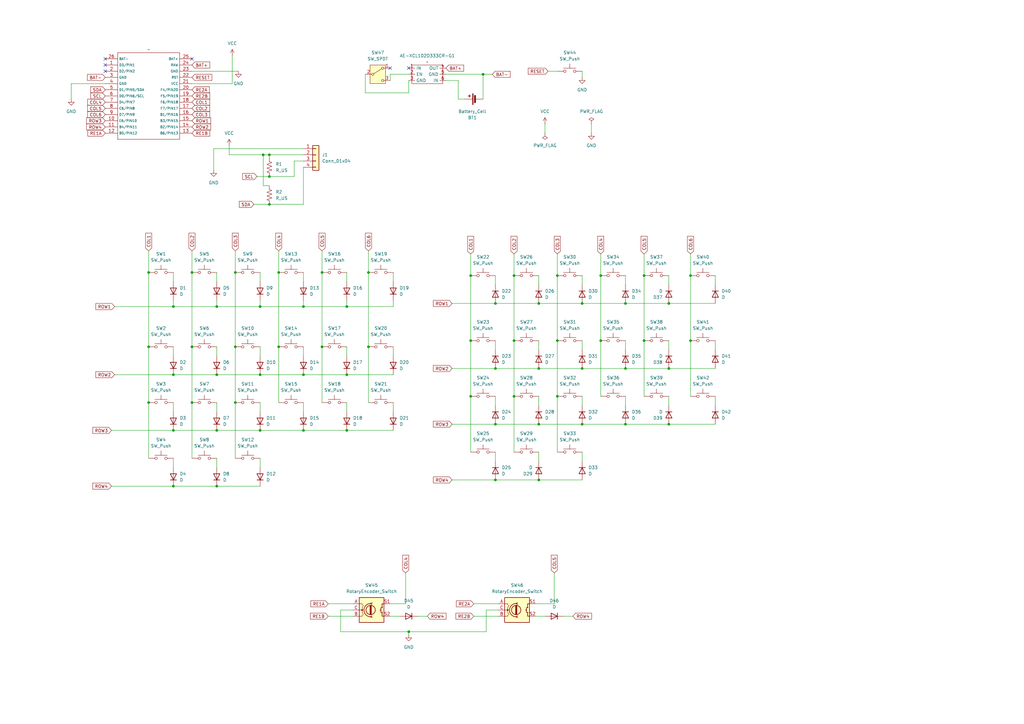
<source format=kicad_sch>
(kicad_sch (version 20250114) (generator "eeschema") (generator_version "9.0")
  (paper "A3")
  (junction (at 210.82 113.03))
  (junction (at 246.38 113.03))
  (junction (at 274.32 173.99))
  (junction (at 71.12 125.73))
  (junction (at 238.76 173.99))
  (junction (at 220.98 196.85))
  (junction (at 193.04 162.56))
  (junction (at 114.3 142.24))
  (junction (at 203.2 151.13))
  (junction (at 124.46 153.67))
  (junction (at 167.64 259.08))
  (junction (at 264.16 139.7))
  (junction (at 256.54 151.13))
  (junction (at 220.98 173.99))
  (junction (at 238.76 124.46))
  (junction (at 60.96 165.1))
  (junction (at 274.32 124.46))
  (junction (at 228.6 113.03))
  (junction (at 203.2 124.46))
  (junction (at 107.95 63.5))
  (junction (at 110.49 83.82))
  (junction (at 71.12 153.67))
  (junction (at 256.54 173.99))
  (junction (at 238.76 151.13))
  (junction (at 96.52 165.1))
  (junction (at 88.9 176.53))
  (junction (at 78.74 111.76))
  (junction (at 283.21 113.03))
  (junction (at 151.13 142.24))
  (junction (at 106.68 125.73))
  (junction (at 96.52 142.24))
  (junction (at 132.08 111.76))
  (junction (at 124.46 125.73))
  (junction (at 220.98 151.13))
  (junction (at 198.12 30.48))
  (junction (at 228.6 162.56))
  (junction (at 142.24 153.67))
  (junction (at 71.12 176.53))
  (junction (at 114.3 111.76))
  (junction (at 60.96 111.76))
  (junction (at 203.2 196.85))
  (junction (at 210.82 139.7))
  (junction (at 142.24 176.53))
  (junction (at 228.6 139.7))
  (junction (at 220.98 124.46))
  (junction (at 71.12 199.39))
  (junction (at 88.9 153.67))
  (junction (at 110.49 72.39))
  (junction (at 246.38 139.7))
  (junction (at 96.52 111.76))
  (junction (at 274.32 151.13))
  (junction (at 78.74 142.24))
  (junction (at 60.96 142.24))
  (junction (at 106.68 176.53))
  (junction (at 78.74 165.1))
  (junction (at 88.9 125.73))
  (junction (at 124.46 176.53))
  (junction (at 151.13 111.76))
  (junction (at 88.9 199.39))
  (junction (at 264.16 113.03))
  (junction (at 283.21 139.7))
  (junction (at 256.54 124.46))
  (junction (at 203.2 173.99))
  (junction (at 132.08 142.24))
  (junction (at 193.04 139.7))
  (junction (at 193.04 113.03))
  (junction (at 142.24 125.73))
  (junction (at 110.49 63.5))
  (junction (at 106.68 153.67))
  (junction (at 210.82 162.56))
  (no_connect (at 43.18 26.67))
  (no_connect (at 167.64 27.94))
  (no_connect (at 43.18 29.21))
  (no_connect (at 78.74 24.13))
  (no_connect (at 43.18 24.13))
  (no_connect (at 160.02 27.94))
  (wire (pts (xy 106.68 153.67) (xy 124.46 153.67)))
  (wire (pts (xy 124.46 83.82) (xy 124.46 68.58)))
  (wire (pts (xy 187.96 40.64) (xy 190.5 40.64)))
  (wire (pts (xy 78.74 165.1) (xy 78.74 187.96)))
  (wire (pts (xy 114.3 142.24) (xy 114.3 165.1)))
  (wire (pts (xy 238.76 173.99) (xy 256.54 173.99)))
  (wire (pts (xy 185.42 173.99) (xy 203.2 173.99)))
  (wire (pts (xy 256.54 113.03) (xy 256.54 116.84)))
  (wire (pts (xy 106.68 142.24) (xy 106.68 146.05)))
  (wire (pts (xy 228.6 113.03) (xy 228.6 139.7)))
  (wire (pts (xy 134.62 252.73) (xy 144.78 252.73)))
  (wire (pts (xy 274.32 124.46) (xy 293.37 124.46)))
  (wire (pts (xy 194.31 247.65) (xy 204.47 247.65)))
  (wire (pts (xy 210.82 162.56) (xy 210.82 185.42)))
  (wire (pts (xy 256.54 124.46) (xy 274.32 124.46)))
  (wire (pts (xy 161.29 176.53) (xy 142.24 176.53)))
  (wire (pts (xy 227.33 234.95) (xy 227.33 247.65)))
  (wire (pts (xy 238.76 162.56) (xy 238.76 166.37)))
  (wire (pts (xy 210.82 139.7) (xy 210.82 162.56)))
  (wire (pts (xy 293.37 139.7) (xy 293.37 143.51)))
  (wire (pts (xy 78.74 34.29) (xy 95.25 34.29)))
  (wire (pts (xy 88.9 165.1) (xy 88.9 168.91)))
  (wire (pts (xy 142.24 111.76) (xy 142.24 115.57)))
  (wire (pts (xy 193.04 104.14) (xy 193.04 113.03)))
  (wire (pts (xy 110.49 72.39) (xy 105.41 72.39)))
  (wire (pts (xy 198.12 30.48) (xy 198.12 40.64)))
  (wire (pts (xy 274.32 162.56) (xy 274.32 166.37)))
  (wire (pts (xy 203.2 196.85) (xy 220.98 196.85)))
  (wire (pts (xy 283.21 113.03) (xy 283.21 139.7)))
  (wire (pts (xy 220.98 173.99) (xy 238.76 173.99)))
  (wire (pts (xy 88.9 125.73) (xy 106.68 125.73)))
  (wire (pts (xy 78.74 102.87) (xy 78.74 111.76)))
  (wire (pts (xy 274.32 173.99) (xy 293.37 173.99)))
  (wire (pts (xy 227.33 247.65) (xy 219.71 247.65)))
  (wire (pts (xy 219.71 252.73) (xy 223.52 252.73)))
  (wire (pts (xy 185.42 124.46) (xy 203.2 124.46)))
  (wire (pts (xy 201.93 30.48) (xy 198.12 30.48)))
  (wire (pts (xy 203.2 124.46) (xy 220.98 124.46)))
  (wire (pts (xy 124.46 63.5) (xy 110.49 63.5)))
  (wire (pts (xy 93.98 59.69) (xy 93.98 63.5)))
  (wire (pts (xy 87.63 60.96) (xy 124.46 60.96)))
  (wire (pts (xy 264.16 139.7) (xy 264.16 162.56)))
  (wire (pts (xy 256.54 151.13) (xy 274.32 151.13)))
  (wire (pts (xy 264.16 113.03) (xy 264.16 139.7)))
  (wire (pts (xy 96.52 111.76) (xy 96.52 142.24)))
  (wire (pts (xy 274.32 139.7) (xy 274.32 143.51)))
  (wire (pts (xy 246.38 104.14) (xy 246.38 113.03)))
  (wire (pts (xy 60.96 165.1) (xy 60.96 187.96)))
  (wire (pts (xy 104.14 83.82) (xy 110.49 83.82)))
  (wire (pts (xy 96.52 165.1) (xy 96.52 187.96)))
  (wire (pts (xy 95.25 34.29) (xy 95.25 22.86)))
  (wire (pts (xy 124.46 111.76) (xy 124.46 115.57)))
  (wire (pts (xy 161.29 111.76) (xy 161.29 115.57)))
  (wire (pts (xy 238.76 151.13) (xy 256.54 151.13)))
  (wire (pts (xy 231.14 252.73) (xy 234.95 252.73)))
  (wire (pts (xy 228.6 104.14) (xy 228.6 113.03)))
  (wire (pts (xy 106.68 111.76) (xy 106.68 115.57)))
  (wire (pts (xy 187.96 33.02) (xy 182.88 33.02)))
  (wire (pts (xy 29.21 34.29) (xy 43.18 34.29)))
  (wire (pts (xy 167.64 33.02) (xy 167.64 38.1)))
  (wire (pts (xy 210.82 113.03) (xy 210.82 139.7)))
  (wire (pts (xy 246.38 113.03) (xy 246.38 139.7)))
  (wire (pts (xy 238.76 139.7) (xy 238.76 143.51)))
  (wire (pts (xy 161.29 123.19) (xy 161.29 125.73)))
  (wire (pts (xy 193.04 113.03) (xy 193.04 139.7)))
  (wire (pts (xy 160.02 252.73) (xy 163.83 252.73)))
  (wire (pts (xy 71.12 153.67) (xy 88.9 153.67)))
  (wire (pts (xy 203.2 173.99) (xy 220.98 173.99)))
  (wire (pts (xy 220.98 124.46) (xy 238.76 124.46)))
  (wire (pts (xy 132.08 102.87) (xy 132.08 111.76)))
  (wire (pts (xy 120.65 72.39) (xy 110.49 72.39)))
  (wire (pts (xy 110.49 63.5) (xy 110.49 64.77)))
  (wire (pts (xy 110.49 63.5) (xy 107.95 63.5)))
  (wire (pts (xy 71.12 142.24) (xy 71.12 146.05)))
  (wire (pts (xy 71.12 165.1) (xy 71.12 168.91)))
  (wire (pts (xy 71.12 176.53) (xy 45.72 176.53)))
  (wire (pts (xy 142.24 165.1) (xy 142.24 168.91)))
  (wire (pts (xy 238.76 29.21) (xy 238.76 31.75)))
  (wire (pts (xy 264.16 104.14) (xy 264.16 113.03)))
  (wire (pts (xy 274.32 151.13) (xy 293.37 151.13)))
  (wire (pts (xy 203.2 185.42) (xy 203.2 189.23)))
  (wire (pts (xy 149.86 38.1) (xy 149.86 30.48)))
  (wire (pts (xy 96.52 102.87) (xy 96.52 111.76)))
  (wire (pts (xy 238.76 124.46) (xy 256.54 124.46)))
  (wire (pts (xy 106.68 123.19) (xy 106.68 125.73)))
  (wire (pts (xy 88.9 187.96) (xy 88.9 191.77)))
  (wire (pts (xy 151.13 111.76) (xy 151.13 142.24)))
  (wire (pts (xy 228.6 139.7) (xy 228.6 162.56)))
  (wire (pts (xy 293.37 113.03) (xy 293.37 116.84)))
  (wire (pts (xy 228.6 162.56) (xy 228.6 185.42)))
  (wire (pts (xy 142.24 125.73) (xy 161.29 125.73)))
  (wire (pts (xy 167.64 259.08) (xy 167.64 260.35)))
  (wire (pts (xy 124.46 142.24) (xy 124.46 146.05)))
  (wire (pts (xy 29.21 34.29) (xy 29.21 40.64)))
  (wire (pts (xy 144.78 250.19) (xy 139.7 250.19)))
  (wire (pts (xy 203.2 151.13) (xy 220.98 151.13)))
  (wire (pts (xy 220.98 196.85) (xy 238.76 196.85)))
  (wire (pts (xy 293.37 162.56) (xy 293.37 166.37)))
  (wire (pts (xy 185.42 151.13) (xy 203.2 151.13)))
  (wire (pts (xy 124.46 165.1) (xy 124.46 168.91)))
  (wire (pts (xy 106.68 187.96) (xy 106.68 191.77)))
  (wire (pts (xy 124.46 123.19) (xy 124.46 125.73)))
  (wire (pts (xy 242.57 50.8) (xy 242.57 54.61)))
  (wire (pts (xy 124.46 153.67) (xy 142.24 153.67)))
  (wire (pts (xy 224.79 29.21) (xy 228.6 29.21)))
  (wire (pts (xy 167.64 38.1) (xy 149.86 38.1)))
  (wire (pts (xy 88.9 123.19) (xy 88.9 125.73)))
  (wire (pts (xy 139.7 250.19) (xy 139.7 259.08)))
  (wire (pts (xy 132.08 111.76) (xy 132.08 142.24)))
  (wire (pts (xy 106.68 165.1) (xy 106.68 168.91)))
  (wire (pts (xy 60.96 111.76) (xy 60.96 142.24)))
  (wire (pts (xy 124.46 176.53) (xy 106.68 176.53)))
  (wire (pts (xy 71.12 153.67) (xy 46.99 153.67)))
  (wire (pts (xy 256.54 162.56) (xy 256.54 166.37)))
  (wire (pts (xy 78.74 142.24) (xy 78.74 165.1)))
  (wire (pts (xy 203.2 139.7) (xy 203.2 143.51)))
  (wire (pts (xy 199.39 259.08) (xy 167.64 259.08)))
  (wire (pts (xy 106.68 176.53) (xy 88.9 176.53)))
  (wire (pts (xy 185.42 196.85) (xy 203.2 196.85)))
  (wire (pts (xy 142.24 142.24) (xy 142.24 146.05)))
  (wire (pts (xy 120.65 66.04) (xy 124.46 66.04)))
  (wire (pts (xy 124.46 125.73) (xy 142.24 125.73)))
  (wire (pts (xy 88.9 142.24) (xy 88.9 146.05)))
  (wire (pts (xy 256.54 173.99) (xy 274.32 173.99)))
  (wire (pts (xy 238.76 185.42) (xy 238.76 189.23)))
  (wire (pts (xy 88.9 176.53) (xy 71.12 176.53)))
  (wire (pts (xy 142.24 176.53) (xy 124.46 176.53)))
  (wire (pts (xy 210.82 104.14) (xy 210.82 113.03)))
  (wire (pts (xy 78.74 29.21) (xy 97.79 29.21)))
  (wire (pts (xy 114.3 111.76) (xy 114.3 142.24)))
  (wire (pts (xy 283.21 139.7) (xy 283.21 162.56)))
  (wire (pts (xy 142.24 123.19) (xy 142.24 125.73)))
  (wire (pts (xy 223.52 54.61) (xy 223.52 50.8)))
  (wire (pts (xy 187.96 40.64) (xy 187.96 33.02)))
  (wire (pts (xy 151.13 102.87) (xy 151.13 111.76)))
  (wire (pts (xy 166.37 234.95) (xy 166.37 247.65)))
  (wire (pts (xy 120.65 72.39) (xy 120.65 66.04)))
  (wire (pts (xy 283.21 104.14) (xy 283.21 113.03)))
  (wire (pts (xy 71.12 187.96) (xy 71.12 191.77)))
  (wire (pts (xy 106.68 199.39) (xy 88.9 199.39)))
  (wire (pts (xy 220.98 162.56) (xy 220.98 166.37)))
  (wire (pts (xy 198.12 30.48) (xy 182.88 30.48)))
  (wire (pts (xy 132.08 142.24) (xy 132.08 165.1)))
  (wire (pts (xy 220.98 139.7) (xy 220.98 143.51)))
  (wire (pts (xy 160.02 30.48) (xy 160.02 33.02)))
  (wire (pts (xy 78.74 111.76) (xy 78.74 142.24)))
  (wire (pts (xy 220.98 113.03) (xy 220.98 116.84)))
  (wire (pts (xy 161.29 142.24) (xy 161.29 146.05)))
  (wire (pts (xy 193.04 162.56) (xy 193.04 185.42)))
  (wire (pts (xy 203.2 162.56) (xy 203.2 166.37)))
  (wire (pts (xy 107.95 63.5) (xy 107.95 76.2)))
  (wire (pts (xy 161.29 165.1) (xy 161.29 168.91)))
  (wire (pts (xy 204.47 250.19) (xy 199.39 250.19)))
  (wire (pts (xy 167.64 259.08) (xy 139.7 259.08)))
  (wire (pts (xy 88.9 111.76) (xy 88.9 115.57)))
  (wire (pts (xy 256.54 139.7) (xy 256.54 143.51)))
  (wire (pts (xy 114.3 102.87) (xy 114.3 111.76)))
  (wire (pts (xy 142.24 153.67) (xy 161.29 153.67)))
  (wire (pts (xy 199.39 250.19) (xy 199.39 259.08)))
  (wire (pts (xy 246.38 139.7) (xy 246.38 162.56)))
  (wire (pts (xy 96.52 142.24) (xy 96.52 165.1)))
  (wire (pts (xy 166.37 247.65) (xy 160.02 247.65)))
  (wire (pts (xy 71.12 125.73) (xy 71.12 123.19)))
  (wire (pts (xy 60.96 142.24) (xy 60.96 165.1)))
  (wire (pts (xy 60.96 102.87) (xy 60.96 111.76)))
  (wire (pts (xy 71.12 199.39) (xy 45.72 199.39)))
  (wire (pts (xy 151.13 142.24) (xy 151.13 165.1)))
  (wire (pts (xy 87.63 60.96) (xy 87.63 69.85)))
  (wire (pts (xy 203.2 113.03) (xy 203.2 116.84)))
  (wire (pts (xy 46.99 125.73) (xy 71.12 125.73)))
  (wire (pts (xy 71.12 111.76) (xy 71.12 115.57)))
  (wire (pts (xy 134.62 247.65) (xy 144.78 247.65)))
  (wire (pts (xy 110.49 83.82) (xy 124.46 83.82)))
  (wire (pts (xy 274.32 113.03) (xy 274.32 116.84)))
  (wire (pts (xy 107.95 63.5) (xy 93.98 63.5)))
  (wire (pts (xy 220.98 185.42) (xy 220.98 189.23)))
  (wire (pts (xy 238.76 113.03) (xy 238.76 116.84)))
  (wire (pts (xy 88.9 153.67) (xy 106.68 153.67)))
  (wire (pts (xy 110.49 76.2) (xy 107.95 76.2)))
  (wire (pts (xy 71.12 125.73) (xy 88.9 125.73)))
  (wire (pts (xy 167.64 30.48) (xy 160.02 30.48)))
  (wire (pts (xy 171.45 252.73) (xy 175.26 252.73)))
  (wire (pts (xy 88.9 199.39) (xy 71.12 199.39)))
  (wire (pts (xy 193.04 139.7) (xy 193.04 162.56)))
  (wire (pts (xy 220.98 151.13) (xy 238.76 151.13)))
  (wire (pts (xy 194.31 252.73) (xy 204.47 252.73)))
  (wire (pts (xy 106.68 125.73) (xy 124.46 125.73)))
  (global_label "ROW3" (shape input) (at 185.42 173.99 180) (property "Intersheetrefs" "${INTERSHEET_REFS}" (effects (hide yes))))
  (global_label "BAT-" (shape input) (at 201.93 30.48 0) (property "Intersheetrefs" "${INTERSHEET_REFS}" (effects (hide yes))))
  (global_label "BAT+" (shape input) (at 182.88 27.94 0) (property "Intersheetrefs" "${INTERSHEET_REFS}" (effects (hide yes))))
  (global_label "COL4" (shape input) (at 166.37 234.95 90) (property "Intersheetrefs" "${INTERSHEET_REFS}" (effects (hide yes))))
  (global_label "ROW1" (shape input) (at 78.74 49.53 0) (property "Intersheetrefs" "${INTERSHEET_REFS}" (effects (hide yes))))
  (global_label "COL1" (shape input) (at 60.96 102.87 90) (property "Intersheetrefs" "${INTERSHEET_REFS}" (effects (hide yes))))
  (global_label "ROW2" (shape input) (at 78.74 52.07 0) (property "Intersheetrefs" "${INTERSHEET_REFS}" (effects (hide yes))))
  (global_label "COL5" (shape input) (at 264.16 104.14 90) (property "Intersheetrefs" "${INTERSHEET_REFS}" (effects (hide yes))))
  (global_label "ROW4" (shape input) (at 175.26 252.73 0) (property "Intersheetrefs" "${INTERSHEET_REFS}" (effects (hide yes))))
  (global_label "ROW3" (shape input) (at 43.18 49.53 180) (property "Intersheetrefs" "${INTERSHEET_REFS}" (effects (hide yes))))
  (global_label "ROW4" (shape input) (at 234.95 252.73 0) (property "Intersheetrefs" "${INTERSHEET_REFS}" (effects (hide yes))))
  (global_label "RE1B" (shape input) (at 134.62 252.73 180) (property "Intersheetrefs" "${INTERSHEET_REFS}" (effects (hide yes))))
  (global_label "COL1" (shape input) (at 193.04 104.14 90) (property "Intersheetrefs" "${INTERSHEET_REFS}" (effects (hide yes))))
  (global_label "COL6" (shape input) (at 283.21 104.14 90) (property "Intersheetrefs" "${INTERSHEET_REFS}" (effects (hide yes))))
  (global_label "BAT+" (shape input) (at 78.74 26.67 0) (property "Intersheetrefs" "${INTERSHEET_REFS}" (effects (hide yes))))
  (global_label "ROW4" (shape input) (at 45.72 199.39 180) (property "Intersheetrefs" "${INTERSHEET_REFS}" (effects (hide yes))))
  (global_label "ROW2" (shape input) (at 46.99 153.67 180) (property "Intersheetrefs" "${INTERSHEET_REFS}" (effects (hide yes))))
  (global_label "COL2" (shape input) (at 78.74 44.45 0) (property "Intersheetrefs" "${INTERSHEET_REFS}" (effects (hide yes))))
  (global_label "SCL" (shape input) (at 43.18 39.37 180) (property "Intersheetrefs" "${INTERSHEET_REFS}" (effects (hide yes))))
  (global_label "COL3" (shape input) (at 228.6 104.14 90) (property "Intersheetrefs" "${INTERSHEET_REFS}" (effects (hide yes))))
  (global_label "COL2" (shape input) (at 78.74 102.87 90) (property "Intersheetrefs" "${INTERSHEET_REFS}" (effects (hide yes))))
  (global_label "RE1B" (shape input) (at 78.74 54.61 0) (property "Intersheetrefs" "${INTERSHEET_REFS}" (effects (hide yes))))
  (global_label "RE2B" (shape input) (at 194.31 252.73 180) (property "Intersheetrefs" "${INTERSHEET_REFS}" (effects (hide yes))))
  (global_label "BAT-" (shape input) (at 43.18 31.75 180) (property "Intersheetrefs" "${INTERSHEET_REFS}" (effects (hide yes))))
  (global_label "COL6" (shape input) (at 151.13 102.87 90) (property "Intersheetrefs" "${INTERSHEET_REFS}" (effects (hide yes))))
  (global_label "COL4" (shape input) (at 43.18 41.91 180) (property "Intersheetrefs" "${INTERSHEET_REFS}" (effects (hide yes))))
  (global_label "RE2A" (shape input) (at 194.31 247.65 180) (property "Intersheetrefs" "${INTERSHEET_REFS}" (effects (hide yes))))
  (global_label "COL5" (shape input) (at 132.08 102.87 90) (property "Intersheetrefs" "${INTERSHEET_REFS}" (effects (hide yes))))
  (global_label "COL4" (shape input) (at 246.38 104.14 90) (property "Intersheetrefs" "${INTERSHEET_REFS}" (effects (hide yes))))
  (global_label "ROW1" (shape input) (at 185.42 124.46 180) (property "Intersheetrefs" "${INTERSHEET_REFS}" (effects (hide yes))))
  (global_label "ROW1" (shape input) (at 46.99 125.73 180) (property "Intersheetrefs" "${INTERSHEET_REFS}" (effects (hide yes))))
  (global_label "SDA" (shape input) (at 43.18 36.83 180) (property "Intersheetrefs" "${INTERSHEET_REFS}" (effects (hide yes))))
  (global_label "RE2B" (shape input) (at 78.74 39.37 0) (property "Intersheetrefs" "${INTERSHEET_REFS}" (effects (hide yes))))
  (global_label "SDA" (shape input) (at 104.14 83.82 180) (property "Intersheetrefs" "${INTERSHEET_REFS}" (effects (hide yes))))
  (global_label "RE1A" (shape input) (at 43.18 54.61 180) (property "Intersheetrefs" "${INTERSHEET_REFS}" (effects (hide yes))))
  (global_label "ROW3" (shape input) (at 45.72 176.53 180) (property "Intersheetrefs" "${INTERSHEET_REFS}" (effects (hide yes))))
  (global_label "COL4" (shape input) (at 114.3 102.87 90) (property "Intersheetrefs" "${INTERSHEET_REFS}" (effects (hide yes))))
  (global_label "COL1" (shape input) (at 78.74 41.91 0) (property "Intersheetrefs" "${INTERSHEET_REFS}" (effects (hide yes))))
  (global_label "ROW2" (shape input) (at 185.42 151.13 180) (property "Intersheetrefs" "${INTERSHEET_REFS}" (effects (hide yes))))
  (global_label "RE1A" (shape input) (at 134.62 247.65 180) (property "Intersheetrefs" "${INTERSHEET_REFS}" (effects (hide yes))))
  (global_label "COL3" (shape input) (at 96.52 102.87 90) (property "Intersheetrefs" "${INTERSHEET_REFS}" (effects (hide yes))))
  (global_label "COL6" (shape input) (at 43.18 46.99 180) (property "Intersheetrefs" "${INTERSHEET_REFS}" (effects (hide yes))))
  (global_label "RESET" (shape input) (at 224.79 29.21 180) (property "Intersheetrefs" "${INTERSHEET_REFS}" (effects (hide yes))))
  (global_label "COL5" (shape input) (at 227.33 234.95 90) (property "Intersheetrefs" "${INTERSHEET_REFS}" (effects (hide yes))))
  (global_label "ROW4" (shape input) (at 43.18 52.07 180) (property "Intersheetrefs" "${INTERSHEET_REFS}" (effects (hide yes))))
  (global_label "ROW4" (shape input) (at 185.42 196.85 180) (property "Intersheetrefs" "${INTERSHEET_REFS}" (effects (hide yes))))
  (global_label "COL3" (shape input) (at 78.74 46.99 0) (property "Intersheetrefs" "${INTERSHEET_REFS}" (effects (hide yes))))
  (global_label "RE2A" (shape input) (at 78.74 36.83 0) (property "Intersheetrefs" "${INTERSHEET_REFS}" (effects (hide yes))))
  (global_label "COL2" (shape input) (at 210.82 104.14 90) (property "Intersheetrefs" "${INTERSHEET_REFS}" (effects (hide yes))))
  (global_label "RESET" (shape input) (at 78.74 31.75 0) (property "Intersheetrefs" "${INTERSHEET_REFS}" (effects (hide yes))))
  (global_label "COL5" (shape input) (at 43.18 44.45 180) (property "Intersheetrefs" "${INTERSHEET_REFS}" (effects (hide yes))))
  (global_label "SCL" (shape input) (at 105.41 72.39 180) (property "Intersheetrefs" "${INTERSHEET_REFS}" (effects (hide yes))))
  (symbol (lib_id "Switch:SW_Push") (at 251.46 139.7 0) (unit 1)
    (property "Reference" "SW35" (at 251.46 132.08 0))
    (property "Value" "SW_Push" (at 251.46 134.62 0))
    (property "Footprint" "kicad-lib:CherryMX-HotSwap-1u_17" (effects (hide yes)))
    (property "Description" "Push button switch, generic, two pins" (effects (hide yes)))
  )
  (symbol (lib_id "Device:D") (at 274.32 120.65 270) (unit 1)
    (property "Reference" "D37" (at 271.78 121.9201 90) (effects (justify right)))
    (property "Value" "D" (at 271.78 119.3801 90) (effects (justify right)))
    (property "Footprint" "kbd_Parts:Diode_TH_SMD" (effects (hide yes)))
    (property "Description" "Diode" (effects (hide yes)))
    (property "Sim.Device" "D" (effects (hide yes)))
    (property "Sim.Pins" "1=K 2=A" (effects (hide yes)))
  )
  (symbol (lib_id "Device:D") (at 203.2 120.65 270) (unit 1)
    (property "Reference" "D22" (at 205.74 119.3799 90) (effects (justify left)))
    (property "Value" "D" (at 205.74 121.9199 90) (effects (justify left)))
    (property "Footprint" "kbd_Parts:Diode_TH_SMD" (effects (hide yes)))
    (property "Description" "Diode" (effects (hide yes)))
    (property "Sim.Device" "D" (effects (hide yes)))
    (property "Sim.Pins" "1=K 2=A" (effects (hide yes)))
  )
  (symbol (lib_id "Device:D") (at 142.24 149.86 90) (unit 1)
    (property "Reference" "D17" (at 144.78 148.5899 90) (effects (justify right)))
    (property "Value" "D" (at 144.78 151.1299 90) (effects (justify right)))
    (property "Footprint" "kbd_Parts:Diode_TH_SMD" (effects (hide yes)))
    (property "Description" "Diode" (effects (hide yes)))
    (property "Sim.Device" "D" (effects (hide yes)))
    (property "Sim.Pins" "1=K 2=A" (effects (hide yes)))
  )
  (symbol (lib_id "Device:D") (at 106.68 119.38 90) (unit 1)
    (property "Reference" "D9" (at 109.22 118.1099 90) (effects (justify right)))
    (property "Value" "D" (at 109.22 120.6499 90) (effects (justify right)))
    (property "Footprint" "kbd_Parts:Diode_TH_SMD" (effects (hide yes)))
    (property "Description" "Diode" (effects (hide yes)))
    (property "Sim.Device" "D" (effects (hide yes)))
    (property "Sim.Pins" "1=K 2=A" (effects (hide yes)))
  )
  (symbol (lib_id "Device:D") (at 203.2 193.04 270) (unit 1)
    (property "Reference" "D25" (at 205.74 191.7699 90) (effects (justify left)))
    (property "Value" "D" (at 205.74 194.3099 90) (effects (justify left)))
    (property "Footprint" "kbd_Parts:Diode_TH_SMD" (effects (hide yes)))
    (property "Description" "Diode" (effects (hide yes)))
    (property "Sim.Device" "D" (effects (hide yes)))
    (property "Sim.Pins" "1=K 2=A" (effects (hide yes)))
  )
  (symbol (lib_id "Switch:SW_Push") (at 66.04 187.96 0) (unit 1)
    (property "Reference" "SW4" (at 66.04 180.34 0))
    (property "Value" "SW_Push" (at 66.04 182.88 0))
    (property "Footprint" "kicad-lib:CherryMX-HotSwap-1u_17" (effects (hide yes)))
    (property "Description" "Push button switch, generic, two pins" (effects (hide yes)))
  )
  (symbol (lib_id "kicad-lib:nice!nano v2") (at 60.96 39.37 0) (unit 1)
    (property "Reference" "U1" (effects (hide yes)))
    (property "Value" "~" (at 60.96 20.32 0))
    (property "Footprint" "kbd_Parts:Micon_BMP_7sKB" (effects (hide yes)))
  )
  (symbol (lib_id "Switch:SW_Push") (at 251.46 113.03 0) (unit 1)
    (property "Reference" "SW34" (at 251.46 105.41 0))
    (property "Value" "SW_Push" (at 251.46 107.95 0))
    (property "Footprint" "kicad-lib:CherryMX-HotSwap-1u_17" (effects (hide yes)))
    (property "Description" "Push button switch, generic, two pins" (effects (hide yes)))
  )
  (symbol (lib_id "Switch:SW_Push") (at 215.9 185.42 0) (unit 1)
    (property "Reference" "SW29" (at 215.9 177.8 0))
    (property "Value" "SW_Push" (at 215.9 180.34 0))
    (property "Footprint" "kicad-lib:CherryMX-HotSwap-1u_17" (effects (hide yes)))
    (property "Description" "Push button switch, generic, two pins" (effects (hide yes)))
  )
  (symbol (lib_id "Device:D") (at 256.54 170.18 270) (unit 1)
    (property "Reference" "D36" (at 259.08 168.9099 90) (effects (justify left)))
    (property "Value" "D" (at 259.08 171.4499 90) (effects (justify left)))
    (property "Footprint" "kbd_Parts:Diode_TH_SMD" (effects (hide yes)))
    (property "Description" "Diode" (effects (hide yes)))
    (property "Sim.Device" "D" (effects (hide yes)))
    (property "Sim.Pins" "1=K 2=A" (effects (hide yes)))
  )
  (symbol (lib_id "Switch:SW_Push") (at 101.6 111.76 0) (unit 1)
    (property "Reference" "SW9" (at 101.6 104.14 0))
    (property "Value" "SW_Push" (at 101.6 106.68 0))
    (property "Footprint" "kicad-lib:CherryMX-HotSwap-1u_17" (effects (hide yes)))
    (property "Description" "Push button switch, generic, two pins" (effects (hide yes)))
  )
  (symbol (lib_id "Device:D") (at 220.98 147.32 270) (unit 1)
    (property "Reference" "D27" (at 223.52 146.0499 90) (effects (justify left)))
    (property "Value" "D" (at 223.52 148.5899 90) (effects (justify left)))
    (property "Footprint" "kbd_Parts:Diode_TH_SMD" (effects (hide yes)))
    (property "Description" "Diode" (effects (hide yes)))
    (property "Sim.Device" "D" (effects (hide yes)))
    (property "Sim.Pins" "1=K 2=A" (effects (hide yes)))
  )
  (symbol (lib_id "Device:D") (at 220.98 120.65 270) (unit 1)
    (property "Reference" "D26" (at 223.52 119.3799 90) (effects (justify left)))
    (property "Value" "D" (at 223.52 121.9199 90) (effects (justify left)))
    (property "Footprint" "kbd_Parts:Diode_TH_SMD" (effects (hide yes)))
    (property "Description" "Diode" (effects (hide yes)))
    (property "Sim.Device" "D" (effects (hide yes)))
    (property "Sim.Pins" "1=K 2=A" (effects (hide yes)))
  )
  (symbol (lib_id "Device:RotaryEncoder_Switch") (at 152.4 250.19 0) (unit 1)
    (property "Reference" "SW45" (at 152.4 240.03 0))
    (property "Value" "RotaryEncoder_Switch" (at 152.4 242.57 0))
    (property "Footprint" "kbd_Parts:RotaryEncoder_EC12E" (effects (hide yes)))
    (property "Description" "Rotary encoder, dual channel, incremental quadrate outputs, with switch" (effects (hide yes)))
  )
  (symbol (lib_id "Switch:SW_Push") (at 66.04 142.24 0) (unit 1)
    (property "Reference" "SW2" (at 66.04 134.62 0))
    (property "Value" "SW_Push" (at 66.04 137.16 0))
    (property "Footprint" "kicad-lib:CherryMX-HotSwap-1u_17" (effects (hide yes)))
    (property "Description" "Push button switch, generic, two pins" (effects (hide yes)))
  )
  (symbol (lib_id "Device:D") (at 203.2 147.32 270) (unit 1)
    (property "Reference" "D23" (at 205.74 146.0499 90) (effects (justify left)))
    (property "Value" "D" (at 205.74 148.5899 90) (effects (justify left)))
    (property "Footprint" "kbd_Parts:Diode_TH_SMD" (effects (hide yes)))
    (property "Description" "Diode" (effects (hide yes)))
    (property "Sim.Device" "D" (effects (hide yes)))
    (property "Sim.Pins" "1=K 2=A" (effects (hide yes)))
  )
  (symbol (lib_id "Device:D") (at 88.9 119.38 90) (unit 1)
    (property "Reference" "D5" (at 91.44 118.1099 90) (effects (justify right)))
    (property "Value" "D" (at 91.44 120.6499 90) (effects (justify right)))
    (property "Footprint" "kbd_Parts:Diode_TH_SMD" (effects (hide yes)))
    (property "Description" "Diode" (effects (hide yes)))
    (property "Sim.Device" "D" (effects (hide yes)))
    (property "Sim.Pins" "1=K 2=A" (effects (hide yes)))
  )
  (symbol (lib_id "Device:D") (at 106.68 149.86 90) (unit 1)
    (property "Reference" "D10" (at 109.22 148.5899 90) (effects (justify right)))
    (property "Value" "D" (at 109.22 151.1299 90) (effects (justify right)))
    (property "Footprint" "kbd_Parts:Diode_TH_SMD" (effects (hide yes)))
    (property "Description" "Diode" (effects (hide yes)))
    (property "Sim.Device" "D" (effects (hide yes)))
    (property "Sim.Pins" "1=K 2=A" (effects (hide yes)))
  )
  (symbol (lib_id "power:GND") (at 87.63 69.85 0) (unit 1)
    (property "Reference" "#PWR02" (effects (hide yes)))
    (property "Value" "GND" (at 87.63 74.93 0))
    (property "Description" "Power symbol creates a global label with name \"GND\" , ground" (effects (hide yes)))
  )
  (symbol (lib_id "Switch:SW_Push") (at 251.46 162.56 0) (unit 1)
    (property "Reference" "SW36" (at 251.46 154.94 0))
    (property "Value" "SW_Push" (at 251.46 157.48 0))
    (property "Footprint" "kicad-lib:CherryMX-HotSwap-1u_17" (effects (hide yes)))
    (property "Description" "Push button switch, generic, two pins" (effects (hide yes)))
  )
  (symbol (lib_id "power:VCC") (at 93.98 59.69 0) (unit 1)
    (property "Reference" "#PWR03" (effects (hide yes)))
    (property "Value" "VCC" (at 93.98 54.61 0))
    (property "Description" "Power symbol creates a global label with name \"VCC\"" (effects (hide yes)))
  )
  (symbol (lib_id "Device:D") (at 161.29 119.38 90) (unit 1)
    (property "Reference" "D19" (at 163.83 118.1099 90) (effects (justify right)))
    (property "Value" "D" (at 163.83 120.6499 90) (effects (justify right)))
    (property "Footprint" "kbd_Parts:Diode_TH_SMD" (effects (hide yes)))
    (property "Description" "Diode" (effects (hide yes)))
    (property "Sim.Device" "D" (effects (hide yes)))
    (property "Sim.Pins" "1=K 2=A" (effects (hide yes)))
  )
  (symbol (lib_id "Device:D") (at 293.37 170.18 270) (unit 1)
    (property "Reference" "D42" (at 295.91 168.9099 90) (effects (justify left)))
    (property "Value" "D" (at 295.91 171.4499 90) (effects (justify left)))
    (property "Footprint" "kbd_Parts:Diode_TH_SMD" (effects (hide yes)))
    (property "Description" "Diode" (effects (hide yes)))
    (property "Sim.Device" "D" (effects (hide yes)))
    (property "Sim.Pins" "1=K 2=A" (effects (hide yes)))
  )
  (symbol (lib_id "Switch:SW_Push") (at 83.82 111.76 0) (unit 1)
    (property "Reference" "SW5" (at 83.82 104.14 0))
    (property "Value" "SW_Push" (at 83.82 106.68 0))
    (property "Footprint" "kicad-lib:CherryMX-HotSwap-1u_17" (effects (hide yes)))
    (property "Description" "Push button switch, generic, two pins" (effects (hide yes)))
  )
  (symbol (lib_id "Device:R_US") (at 110.49 68.58 0) (unit 1)
    (property "Reference" "R1" (at 113.03 67.3099 0) (effects (justify left)))
    (property "Value" "R_US" (at 113.03 69.8499 0) (effects (justify left)))
    (property "Description" "Resistor, US symbol" (effects (hide yes)))
  )
  (symbol (lib_id "Device:D") (at 124.46 172.72 90) (unit 1)
    (property "Reference" "D15" (at 127 171.4499 90) (effects (justify right)))
    (property "Value" "D" (at 127 173.9899 90) (effects (justify right)))
    (property "Footprint" "kbd_Parts:Diode_TH_SMD" (effects (hide yes)))
    (property "Description" "Diode" (effects (hide yes)))
    (property "Sim.Device" "D" (effects (hide yes)))
    (property "Sim.Pins" "1=K 2=A" (effects (hide yes)))
  )
  (symbol (lib_id "Switch:SW_Push") (at 66.04 111.76 0) (unit 1)
    (property "Reference" "SW1" (at 66.04 104.14 0))
    (property "Value" "SW_Push" (at 66.04 106.68 0))
    (property "Footprint" "kicad-lib:CherryMX-HotSwap-1u_17" (effects (hide yes)))
    (property "Description" "Push button switch, generic, two pins" (effects (hide yes)))
  )
  (symbol (lib_id "Device:D") (at 220.98 193.04 270) (unit 1)
    (property "Reference" "D29" (at 218.44 194.3101 90) (effects (justify right)))
    (property "Value" "D" (at 218.44 191.7701 90) (effects (justify right)))
    (property "Footprint" "kbd_Parts:Diode_TH_SMD" (effects (hide yes)))
    (property "Description" "Diode" (effects (hide yes)))
    (property "Sim.Device" "D" (effects (hide yes)))
    (property "Sim.Pins" "1=K 2=A" (effects (hide yes)))
  )
  (symbol (lib_id "Device:D") (at 71.12 172.72 90) (unit 1)
    (property "Reference" "D3" (at 73.66 171.4499 90) (effects (justify right)))
    (property "Value" "D" (at 73.66 173.9899 90) (effects (justify right)))
    (property "Footprint" "kbd_Parts:Diode_TH_SMD" (effects (hide yes)))
    (property "Description" "Diode" (effects (hide yes)))
    (property "Sim.Device" "D" (effects (hide yes)))
    (property "Sim.Pins" "1=K 2=A" (effects (hide yes)))
  )
  (symbol (lib_id "Device:D") (at 142.24 172.72 90) (unit 1)
    (property "Reference" "D18" (at 144.78 171.4499 90) (effects (justify right)))
    (property "Value" "D" (at 144.78 173.9899 90) (effects (justify right)))
    (property "Footprint" "kbd_Parts:Diode_TH_SMD" (effects (hide yes)))
    (property "Description" "Diode" (effects (hide yes)))
    (property "Sim.Device" "D" (effects (hide yes)))
    (property "Sim.Pins" "1=K 2=A" (effects (hide yes)))
  )
  (symbol (lib_id "Device:D") (at 88.9 172.72 90) (unit 1)
    (property "Reference" "D7" (at 91.44 171.4499 90) (effects (justify right)))
    (property "Value" "D" (at 91.44 173.9899 90) (effects (justify right)))
    (property "Footprint" "kbd_Parts:Diode_TH_SMD" (effects (hide yes)))
    (property "Description" "Diode" (effects (hide yes)))
    (property "Sim.Device" "D" (effects (hide yes)))
    (property "Sim.Pins" "1=K 2=A" (effects (hide yes)))
  )
  (symbol (lib_id "Device:D") (at 71.12 149.86 90) (unit 1)
    (property "Reference" "D2" (at 73.66 148.5899 90) (effects (justify right)))
    (property "Value" "D" (at 73.66 151.1299 90) (effects (justify right)))
    (property "Footprint" "kbd_Parts:Diode_TH_SMD" (effects (hide yes)))
    (property "Description" "Diode" (effects (hide yes)))
    (property "Sim.Device" "D" (effects (hide yes)))
    (property "Sim.Pins" "1=K 2=A" (effects (hide yes)))
  )
  (symbol (lib_id "Device:R_US") (at 110.49 80.01 0) (unit 1)
    (property "Reference" "R2" (at 113.03 78.7399 0) (effects (justify left)))
    (property "Value" "R_US" (at 113.03 81.2799 0) (effects (justify left)))
    (property "Description" "Resistor, US symbol" (effects (hide yes)))
  )
  (symbol (lib_id "Switch:SW_Push") (at 119.38 111.76 0) (unit 1)
    (property "Reference" "SW13" (at 119.38 104.14 0))
    (property "Value" "SW_Push" (at 119.38 106.68 0))
    (property "Footprint" "kicad-lib:CherryMX-HotSwap-1u_17" (effects (hide yes)))
    (property "Description" "Push button switch, generic, two pins" (effects (hide yes)))
  )
  (symbol (lib_id "Device:D") (at 71.12 195.58 90) (unit 1)
    (property "Reference" "D4" (at 73.66 194.3099 90) (effects (justify right)))
    (property "Value" "D" (at 73.66 196.8499 90) (effects (justify right)))
    (property "Footprint" "kbd_Parts:Diode_TH_SMD" (effects (hide yes)))
    (property "Description" "Diode" (effects (hide yes)))
    (property "Sim.Device" "D" (effects (hide yes)))
    (property "Sim.Pins" "1=K 2=A" (effects (hide yes)))
  )
  (symbol (lib_id "Switch:SW_Push") (at 233.68 162.56 0) (unit 1)
    (property "Reference" "SW32" (at 233.68 154.94 0))
    (property "Value" "SW_Push" (at 233.68 157.48 0))
    (property "Footprint" "kicad-lib:CherryMX-HotSwap-1u_17" (effects (hide yes)))
    (property "Description" "Push button switch, generic, two pins" (effects (hide yes)))
  )
  (symbol (lib_id "Device:D") (at 238.76 193.04 270) (unit 1)
    (property "Reference" "D33" (at 241.3 191.7699 90) (effects (justify left)))
    (property "Value" "D" (at 241.3 194.3099 90) (effects (justify left)))
    (property "Footprint" "kbd_Parts:Diode_TH_SMD" (effects (hide yes)))
    (property "Description" "Diode" (effects (hide yes)))
    (property "Sim.Device" "D" (effects (hide yes)))
    (property "Sim.Pins" "1=K 2=A" (effects (hide yes)))
  )
  (symbol (lib_id "Device:D") (at 161.29 149.86 90) (unit 1)
    (property "Reference" "D20" (at 163.83 148.5899 90) (effects (justify right)))
    (property "Value" "D" (at 163.83 151.1299 90) (effects (justify right)))
    (property "Footprint" "kbd_Parts:Diode_TH_SMD" (effects (hide yes)))
    (property "Description" "Diode" (effects (hide yes)))
    (property "Sim.Device" "D" (effects (hide yes)))
    (property "Sim.Pins" "1=K 2=A" (effects (hide yes)))
  )
  (symbol (lib_id "Device:Battery_Cell") (at 195.58 40.64 90) (unit 1)
    (property "Reference" "BT1" (at 193.7385 48.26 90))
    (property "Value" "Battery_Cell" (at 193.7385 45.72 90))
    (property "Footprint" "kbd_Parts:Battery_AAA" (effects (hide yes)))
    (property "Description" "Single-cell battery" (effects (hide yes)))
  )
  (symbol (lib_id "Switch:SW_Push") (at 198.12 185.42 0) (unit 1)
    (property "Reference" "SW25" (at 198.12 177.8 0))
    (property "Value" "SW_Push" (at 198.12 180.34 0))
    (property "Footprint" "kicad-lib:CherryMX-HotSwap-1u_17" (effects (hide yes)))
    (property "Description" "Push button switch, generic, two pins" (effects (hide yes)))
  )
  (symbol (lib_id "Device:D") (at 161.29 172.72 90) (unit 1)
    (property "Reference" "D21" (at 163.83 171.4499 90) (effects (justify right)))
    (property "Value" "D" (at 163.83 173.9899 90) (effects (justify right)))
    (property "Footprint" "kbd_Parts:Diode_TH_SMD" (effects (hide yes)))
    (property "Description" "Diode" (effects (hide yes)))
    (property "Sim.Device" "D" (effects (hide yes)))
    (property "Sim.Pins" "1=K 2=A" (effects (hide yes)))
  )
  (symbol (lib_id "Switch:SW_Push") (at 83.82 142.24 0) (unit 1)
    (property "Reference" "SW6" (at 83.82 134.62 0))
    (property "Value" "SW_Push" (at 83.82 137.16 0))
    (property "Footprint" "kicad-lib:CherryMX-HotSwap-1u_17" (effects (hide yes)))
    (property "Description" "Push button switch, generic, two pins" (effects (hide yes)))
  )
  (symbol (lib_id "Switch:SW_Push") (at 137.16 111.76 0) (unit 1)
    (property "Reference" "SW16" (at 137.16 104.14 0))
    (property "Value" "SW_Push" (at 137.16 106.68 0))
    (property "Footprint" "kicad-lib:CherryMX-HotSwap-1u_17" (effects (hide yes)))
    (property "Description" "Push button switch, generic, two pins" (effects (hide yes)))
  )
  (symbol (lib_id "Switch:SW_Push") (at 66.04 165.1 0) (unit 1)
    (property "Reference" "SW3" (at 66.04 157.48 0))
    (property "Value" "SW_Push" (at 66.04 160.02 0))
    (property "Footprint" "kicad-lib:CherryMX-HotSwap-1u_17" (effects (hide yes)))
    (property "Description" "Push button switch, generic, two pins" (effects (hide yes)))
  )
  (symbol (lib_id "Switch:SW_Push") (at 269.24 139.7 0) (unit 1)
    (property "Reference" "SW38" (at 269.24 132.08 0))
    (property "Value" "SW_Push" (at 269.24 134.62 0))
    (property "Footprint" "kicad-lib:CherryMX-HotSwap-1u_17" (effects (hide yes)))
    (property "Description" "Push button switch, generic, two pins" (effects (hide yes)))
  )
  (symbol (lib_id "Connector_Generic:Conn_01x04") (at 129.54 63.5 0) (unit 1)
    (property "Reference" "J1" (at 132.08 63.4999 0) (effects (justify left)))
    (property "Value" "Conn_01x04" (at 132.08 66.0399 0) (effects (justify left)))
    (property "Footprint" "Connector_PinSocket_2.54mm:PinSocket_1x04_P2.54mm_Vertical" (effects (hide yes)))
    (property "Description" "Generic connector, single row, 01x04, script generated (kicad-library-utils/schlib/autogen/connector/)" (effects (hide yes)))
  )
  (symbol (lib_id "Switch:SW_Push") (at 288.29 162.56 0) (unit 1)
    (property "Reference" "SW42" (at 288.29 154.94 0))
    (property "Value" "SW_Push" (at 288.29 157.48 0))
    (property "Footprint" "kicad-lib:CherryMX-HotSwap-1u_17" (effects (hide yes)))
    (property "Description" "Push button switch, generic, two pins" (effects (hide yes)))
  )
  (symbol (lib_id "Switch:SW_Push") (at 288.29 113.03 0) (unit 1)
    (property "Reference" "SW40" (at 288.29 105.41 0))
    (property "Value" "SW_Push" (at 288.29 107.95 0))
    (property "Footprint" "kicad-lib:CherryMX-HotSwap-1u_17" (effects (hide yes)))
    (property "Description" "Push button switch, generic, two pins" (effects (hide yes)))
  )
  (symbol (lib_id "Device:RotaryEncoder_Switch") (at 212.09 250.19 0) (unit 1)
    (property "Reference" "SW46" (at 212.09 240.03 0))
    (property "Value" "RotaryEncoder_Switch" (at 212.09 242.57 0))
    (property "Footprint" "kbd_Parts:RotaryEncoder_EC12E" (effects (hide yes)))
    (property "Description" "Rotary encoder, dual channel, incremental quadrate outputs, with switch" (effects (hide yes)))
  )
  (symbol (lib_id "Device:D") (at 124.46 119.38 90) (unit 1)
    (property "Reference" "D13" (at 127 118.1099 90) (effects (justify right)))
    (property "Value" "D" (at 127 120.6499 90) (effects (justify right)))
    (property "Footprint" "kbd_Parts:Diode_TH_SMD" (effects (hide yes)))
    (property "Description" "Diode" (effects (hide yes)))
    (property "Sim.Device" "D" (effects (hide yes)))
    (property "Sim.Pins" "1=K 2=A" (effects (hide yes)))
  )
  (symbol (lib_id "power:VCC") (at 95.25 22.86 0) (unit 1)
    (property "Reference" "#PWR04" (effects (hide yes)))
    (property "Value" "VCC" (at 95.25 17.78 0))
    (property "Description" "Power symbol creates a global label with name \"VCC\"" (effects (hide yes)))
  )
  (symbol (lib_id "Switch:SW_Push") (at 215.9 113.03 0) (unit 1)
    (property "Reference" "SW26" (at 215.9 105.41 0))
    (property "Value" "SW_Push" (at 215.9 107.95 0))
    (property "Footprint" "kicad-lib:CherryMX-HotSwap-1u_17" (effects (hide yes)))
    (property "Description" "Push button switch, generic, two pins" (effects (hide yes)))
  )
  (symbol (lib_id "Switch:SW_Push") (at 233.68 113.03 0) (unit 1)
    (property "Reference" "SW30" (at 233.68 105.41 0))
    (property "Value" "SW_Push" (at 233.68 107.95 0))
    (property "Footprint" "kicad-lib:CherryMX-HotSwap-1u_17" (effects (hide yes)))
    (property "Description" "Push button switch, generic, two pins" (effects (hide yes)))
  )
  (symbol (lib_id "Device:D") (at 167.64 252.73 180) (unit 1)
    (property "Reference" "D45" (at 167.64 246.38 0))
    (property "Value" "D" (at 167.64 248.92 0))
    (property "Footprint" "kbd_Parts:Diode_TH_SMD" (effects (hide yes)))
    (property "Description" "Diode" (effects (hide yes)))
    (property "Sim.Device" "D" (effects (hide yes)))
    (property "Sim.Pins" "1=K 2=A" (effects (hide yes)))
  )
  (symbol (lib_id "Device:D") (at 71.12 119.38 90) (unit 1)
    (property "Reference" "D1" (at 73.66 118.1099 90) (effects (justify right)))
    (property "Value" "D" (at 73.66 120.6499 90) (effects (justify right)))
    (property "Footprint" "kbd_Parts:Diode_TH_SMD" (effects (hide yes)))
    (property "Description" "Diode" (effects (hide yes)))
    (property "Sim.Device" "D" (effects (hide yes)))
    (property "Sim.Pins" "1=K 2=A" (effects (hide yes)))
  )
  (symbol (lib_id "Switch:SW_Push") (at 198.12 162.56 0) (unit 1)
    (property "Reference" "SW24" (at 198.12 154.94 0))
    (property "Value" "SW_Push" (at 198.12 157.48 0))
    (property "Footprint" "kicad-lib:CherryMX-HotSwap-1u_17" (effects (hide yes)))
    (property "Description" "Push button switch, generic, two pins" (effects (hide yes)))
  )
  (symbol (lib_id "Device:D") (at 88.9 149.86 90) (unit 1)
    (property "Reference" "D6" (at 91.44 148.5899 90) (effects (justify right)))
    (property "Value" "D" (at 91.44 151.1299 90) (effects (justify right)))
    (property "Footprint" "kbd_Parts:Diode_TH_SMD" (effects (hide yes)))
    (property "Description" "Diode" (effects (hide yes)))
    (property "Sim.Device" "D" (effects (hide yes)))
    (property "Sim.Pins" "1=K 2=A" (effects (hide yes)))
  )
  (symbol (lib_id "Switch:SW_Push") (at 269.24 162.56 0) (unit 1)
    (property "Reference" "SW39" (at 269.24 154.94 0))
    (property "Value" "SW_Push" (at 269.24 157.48 0))
    (property "Footprint" "kicad-lib:CherryMX-HotSwap-1u_17" (effects (hide yes)))
    (property "Description" "Push button switch, generic, two pins" (effects (hide yes)))
  )
  (symbol (lib_id "power:VCC") (at 223.52 50.8 0) (unit 1)
    (property "Reference" "#PWR07" (effects (hide yes)))
    (property "Value" "VCC" (at 223.52 45.72 0))
    (property "Description" "Power symbol creates a global label with name \"VCC\"" (effects (hide yes)))
  )
  (symbol (lib_id "Device:D") (at 293.37 147.32 270) (unit 1)
    (property "Reference" "D41" (at 295.91 146.0499 90) (effects (justify left)))
    (property "Value" "D" (at 295.91 148.5899 90) (effects (justify left)))
    (property "Footprint" "kbd_Parts:Diode_TH_SMD" (effects (hide yes)))
    (property "Description" "Diode" (effects (hide yes)))
    (property "Sim.Device" "D" (effects (hide yes)))
    (property "Sim.Pins" "1=K 2=A" (effects (hide yes)))
  )
  (symbol (lib_id "Device:D") (at 124.46 149.86 90) (unit 1)
    (property "Reference" "D14" (at 127 148.5899 90) (effects (justify right)))
    (property "Value" "D" (at 127 151.1299 90) (effects (justify right)))
    (property "Footprint" "kbd_Parts:Diode_TH_SMD" (effects (hide yes)))
    (property "Description" "Diode" (effects (hide yes)))
    (property "Sim.Device" "D" (effects (hide yes)))
    (property "Sim.Pins" "1=K 2=A" (effects (hide yes)))
  )
  (symbol (lib_id "power:GND") (at 97.79 29.21 0) (unit 1)
    (property "Reference" "#PWR05" (effects (hide yes)))
    (property "Value" "GND" (at 97.79 34.29 0))
    (property "Description" "Power symbol creates a global label with name \"GND\" , ground" (effects (hide yes)))
  )
  (symbol (lib_id "Switch:SW_Push") (at 215.9 139.7 0) (unit 1)
    (property "Reference" "SW27" (at 215.9 132.08 0))
    (property "Value" "SW_Push" (at 215.9 134.62 0))
    (property "Footprint" "kicad-lib:CherryMX-HotSwap-1u_17" (effects (hide yes)))
    (property "Description" "Push button switch, generic, two pins" (effects (hide yes)))
  )
  (symbol (lib_id "Switch:SW_Push") (at 101.6 187.96 0) (unit 1)
    (property "Reference" "SW12" (at 101.6 180.34 0))
    (property "Value" "SW_Push" (at 101.6 182.88 0))
    (property "Footprint" "kicad-lib:CherryMX-HotSwap-1u_17" (effects (hide yes)))
    (property "Description" "Push button switch, generic, two pins" (effects (hide yes)))
  )
  (symbol (lib_id "Device:D") (at 106.68 172.72 90) (unit 1)
    (property "Reference" "D11" (at 109.22 171.4499 90) (effects (justify right)))
    (property "Value" "D" (at 109.22 173.9899 90) (effects (justify right)))
    (property "Footprint" "kbd_Parts:Diode_TH_SMD" (effects (hide yes)))
    (property "Description" "Diode" (effects (hide yes)))
    (property "Sim.Device" "D" (effects (hide yes)))
    (property "Sim.Pins" "1=K 2=A" (effects (hide yes)))
  )
  (symbol (lib_id "Switch:SW_Push") (at 101.6 165.1 0) (unit 1)
    (property "Reference" "SW11" (at 101.6 157.48 0))
    (property "Value" "SW_Push" (at 101.6 160.02 0))
    (property "Footprint" "kicad-lib:CherryMX-HotSwap-1u_17" (effects (hide yes)))
    (property "Description" "Push button switch, generic, two pins" (effects (hide yes)))
  )
  (symbol (lib_id "Device:D") (at 203.2 170.18 270) (unit 1)
    (property "Reference" "D24" (at 205.74 168.9099 90) (effects (justify left)))
    (property "Value" "D" (at 205.74 171.4499 90) (effects (justify left)))
    (property "Footprint" "kbd_Parts:Diode_TH_SMD" (effects (hide yes)))
    (property "Description" "Diode" (effects (hide yes)))
    (property "Sim.Device" "D" (effects (hide yes)))
    (property "Sim.Pins" "1=K 2=A" (effects (hide yes)))
  )
  (symbol (lib_id "Device:D") (at 220.98 170.18 270) (unit 1)
    (property "Reference" "D28" (at 223.52 168.9099 90) (effects (justify left)))
    (property "Value" "D" (at 223.52 171.4499 90) (effects (justify left)))
    (property "Footprint" "kbd_Parts:Diode_TH_SMD" (effects (hide yes)))
    (property "Description" "Diode" (effects (hide yes)))
    (property "Sim.Device" "D" (effects (hide yes)))
    (property "Sim.Pins" "1=K 2=A" (effects (hide yes)))
  )
  (symbol (lib_id "power:GND") (at 242.57 54.61 0) (unit 1)
    (property "Reference" "#PWR09" (effects (hide yes)))
    (property "Value" "GND" (at 242.57 59.69 0))
    (property "Description" "Power symbol creates a global label with name \"GND\" , ground" (effects (hide yes)))
  )
  (symbol (lib_id "Device:D") (at 227.33 252.73 180) (unit 1)
    (property "Reference" "D46" (at 227.33 246.38 0))
    (property "Value" "D" (at 227.33 248.92 0))
    (property "Footprint" "kbd_Parts:Diode_TH_SMD" (effects (hide yes)))
    (property "Description" "Diode" (effects (hide yes)))
    (property "Sim.Device" "D" (effects (hide yes)))
    (property "Sim.Pins" "1=K 2=A" (effects (hide yes)))
  )
  (symbol (lib_id "Switch:SW_Push") (at 215.9 162.56 0) (unit 1)
    (property "Reference" "SW28" (at 215.9 154.94 0))
    (property "Value" "SW_Push" (at 215.9 157.48 0))
    (property "Footprint" "kicad-lib:CherryMX-HotSwap-1u_17" (effects (hide yes)))
    (property "Description" "Push button switch, generic, two pins" (effects (hide yes)))
  )
  (symbol (lib_id "Switch:SW_Push") (at 83.82 187.96 0) (unit 1)
    (property "Reference" "SW8" (at 83.82 180.34 0))
    (property "Value" "SW_Push" (at 83.82 182.88 0))
    (property "Footprint" "kicad-lib:CherryMX-HotSwap-1u_17" (effects (hide yes)))
    (property "Description" "Push button switch, generic, two pins" (effects (hide yes)))
  )
  (symbol (lib_id "Switch:SW_Push") (at 83.82 165.1 0) (unit 1)
    (property "Reference" "SW7" (at 83.82 157.48 0))
    (property "Value" "SW_Push" (at 83.82 160.02 0))
    (property "Footprint" "kicad-lib:CherryMX-HotSwap-1u_17" (effects (hide yes)))
    (property "Description" "Push button switch, generic, two pins" (effects (hide yes)))
  )
  (symbol (lib_id "Device:D") (at 238.76 120.65 270) (unit 1)
    (property "Reference" "D30" (at 241.3 119.3799 90) (effects (justify left)))
    (property "Value" "D" (at 241.3 121.9199 90) (effects (justify left)))
    (property "Footprint" "kbd_Parts:Diode_TH_SMD" (effects (hide yes)))
    (property "Description" "Diode" (effects (hide yes)))
    (property "Sim.Device" "D" (effects (hide yes)))
    (property "Sim.Pins" "1=K 2=A" (effects (hide yes)))
  )
  (symbol (lib_id "Device:D") (at 88.9 195.58 90) (unit 1)
    (property "Reference" "D8" (at 91.44 194.3099 90) (effects (justify right)))
    (property "Value" "D" (at 91.44 196.8499 90) (effects (justify right)))
    (property "Footprint" "kbd_Parts:Diode_TH_SMD" (effects (hide yes)))
    (property "Description" "Diode" (effects (hide yes)))
    (property "Sim.Device" "D" (effects (hide yes)))
    (property "Sim.Pins" "1=K 2=A" (effects (hide yes)))
  )
  (symbol (lib_id "Switch:SW_Push") (at 156.21 142.24 0) (unit 1)
    (property "Reference" "SW20" (at 156.21 134.62 0))
    (property "Value" "SW_Push" (at 156.21 137.16 0))
    (property "Footprint" "kicad-lib:CherryMX-HotSwap-1u_17" (effects (hide yes)))
    (property "Description" "Push button switch, generic, two pins" (effects (hide yes)))
  )
  (symbol (lib_id "Switch:SW_Push") (at 137.16 142.24 0) (unit 1)
    (property "Reference" "SW17" (at 137.16 134.62 0))
    (property "Value" "SW_Push" (at 137.16 137.16 0))
    (property "Footprint" "kicad-lib:CherryMX-HotSwap-1u_17" (effects (hide yes)))
    (property "Description" "Push button switch, generic, two pins" (effects (hide yes)))
  )
  (symbol (lib_id "Switch:SW_Push") (at 269.24 113.03 0) (unit 1)
    (property "Reference" "SW37" (at 269.24 105.41 0))
    (property "Value" "SW_Push" (at 269.24 107.95 0))
    (property "Footprint" "kicad-lib:CherryMX-HotSwap-1u_17" (effects (hide yes)))
    (property "Description" "Push button switch, generic, two pins" (effects (hide yes)))
  )
  (symbol (lib_id "Switch:SW_Push") (at 288.29 139.7 0) (unit 1)
    (property "Reference" "SW41" (at 288.29 132.08 0))
    (property "Value" "SW_Push" (at 288.29 134.62 0))
    (property "Footprint" "kicad-lib:CherryMX-HotSwap-1u_17" (effects (hide yes)))
    (property "Description" "Push button switch, generic, two pins" (effects (hide yes)))
  )
  (symbol (lib_id "power:GND") (at 167.64 260.35 0) (unit 1)
    (property "Reference" "#PWR06" (effects (hide yes)))
    (property "Value" "GND" (at 167.64 265.43 0))
    (property "Description" "Power symbol creates a global label with name \"GND\" , ground" (effects (hide yes)))
  )
  (symbol (lib_id "Switch:SW_Push") (at 198.12 113.03 0) (unit 1)
    (property "Reference" "SW22" (at 198.12 105.41 0))
    (property "Value" "SW_Push" (at 198.12 107.95 0))
    (property "Footprint" "kicad-lib:CherryMX-HotSwap-1u_17" (effects (hide yes)))
    (property "Description" "Push button switch, generic, two pins" (effects (hide yes)))
  )
  (symbol (lib_id "Device:D") (at 238.76 147.32 270) (unit 1)
    (property "Reference" "D31" (at 241.3 146.0499 90) (effects (justify left)))
    (property "Value" "D" (at 241.3 148.5899 90) (effects (justify left)))
    (property "Footprint" "kbd_Parts:Diode_TH_SMD" (effects (hide yes)))
    (property "Description" "Diode" (effects (hide yes)))
    (property "Sim.Device" "D" (effects (hide yes)))
    (property "Sim.Pins" "1=K 2=A" (effects (hide yes)))
  )
  (symbol (lib_id "kicad-lib:AE-XCL102D333CR-G") (at 175.26 29.21 0) (unit 1)
    (property "Reference" "AE-XCL102D333CR-G1" (at 175.26 22.86 0))
    (property "Value" "~" (at 175.26 25.4 0))
    (property "Footprint" "kicad-lib:AE-XCL102D333CR-G" (effects (hide yes)))
  )
  (symbol (lib_id "Device:D") (at 293.37 120.65 270) (unit 1)
    (property "Reference" "D40" (at 295.91 119.3799 90) (effects (justify left)))
    (property "Value" "D" (at 295.91 121.9199 90) (effects (justify left)))
    (property "Footprint" "kbd_Parts:Diode_TH_SMD" (effects (hide yes)))
    (property "Description" "Diode" (effects (hide yes)))
    (property "Sim.Device" "D" (effects (hide yes)))
    (property "Sim.Pins" "1=K 2=A" (effects (hide yes)))
  )
  (symbol (lib_id "Device:D") (at 274.32 147.32 270) (unit 1)
    (property "Reference" "D38" (at 271.78 148.5901 90) (effects (justify right)))
    (property "Value" "D" (at 271.78 146.0501 90) (effects (justify right)))
    (property "Footprint" "kbd_Parts:Diode_TH_SMD" (effects (hide yes)))
    (property "Description" "Diode" (effects (hide yes)))
    (property "Sim.Device" "D" (effects (hide yes)))
    (property "Sim.Pins" "1=K 2=A" (effects (hide yes)))
  )
  (symbol (lib_id "Switch:SW_Push") (at 198.12 139.7 0) (unit 1)
    (property "Reference" "SW23" (at 198.12 132.08 0))
    (property "Value" "SW_Push" (at 198.12 134.62 0))
    (property "Footprint" "kicad-lib:CherryMX-HotSwap-1u_17" (effects (hide yes)))
    (property "Description" "Push button switch, generic, two pins" (effects (hide yes)))
  )
  (symbol (lib_id "power:GND") (at 238.76 31.75 0) (unit 1)
    (property "Reference" "#PWR08" (effects (hide yes)))
    (property "Value" "GND" (at 238.76 36.83 0))
    (property "Description" "Power symbol creates a global label with name \"GND\" , ground" (effects (hide yes)))
  )
  (symbol (lib_id "Device:D") (at 274.32 170.18 270) (unit 1)
    (property "Reference" "D39" (at 271.78 171.4501 90) (effects (justify right)))
    (property "Value" "D" (at 271.78 168.9101 90) (effects (justify right)))
    (property "Footprint" "kbd_Parts:Diode_TH_SMD" (effects (hide yes)))
    (property "Description" "Diode" (effects (hide yes)))
    (property "Sim.Device" "D" (effects (hide yes)))
    (property "Sim.Pins" "1=K 2=A" (effects (hide yes)))
  )
  (symbol (lib_id "Device:D") (at 256.54 120.65 270) (unit 1)
    (property "Reference" "D34" (at 259.08 119.3799 90) (effects (justify left)))
    (property "Value" "D" (at 259.08 121.9199 90) (effects (justify left)))
    (property "Footprint" "kbd_Parts:Diode_TH_SMD" (effects (hide yes)))
    (property "Description" "Diode" (effects (hide yes)))
    (property "Sim.Device" "D" (effects (hide yes)))
    (property "Sim.Pins" "1=K 2=A" (effects (hide yes)))
  )
  (symbol (lib_id "Switch:SW_Push") (at 119.38 142.24 0) (unit 1)
    (property "Reference" "SW14" (at 119.38 134.62 0))
    (property "Value" "SW_Push" (at 119.38 137.16 0))
    (property "Footprint" "kicad-lib:CherryMX-HotSwap-1u_17" (effects (hide yes)))
    (property "Description" "Push button switch, generic, two pins" (effects (hide yes)))
  )
  (symbol (lib_id "Switch:SW_Push") (at 137.16 165.1 0) (unit 1)
    (property "Reference" "SW18" (at 137.16 157.48 0))
    (property "Value" "SW_Push" (at 137.16 160.02 0))
    (property "Footprint" "kicad-lib:CherryMX-HotSwap-1u_17" (effects (hide yes)))
    (property "Description" "Push button switch, generic, two pins" (effects (hide yes)))
  )
  (symbol (lib_id "Switch:SW_Push") (at 156.21 165.1 0) (unit 1)
    (property "Reference" "SW21" (at 156.21 157.48 0))
    (property "Value" "SW_Push" (at 156.21 160.02 0))
    (property "Footprint" "kicad-lib:CherryMX-HotSwap-1u_17" (effects (hide yes)))
    (property "Description" "Push button switch, generic, two pins" (effects (hide yes)))
  )
  (symbol (lib_id "power:GND") (at 29.21 40.64 0) (unit 1)
    (property "Reference" "#PWR01" (effects (hide yes)))
    (property "Value" "GND" (at 29.21 45.72 0))
    (property "Description" "Power symbol creates a global label with name \"GND\" , ground" (effects (hide yes)))
  )
  (symbol (lib_id "Switch:SW_SPDT") (at 154.94 30.48 0) (unit 1)
    (property "Reference" "SW47" (at 154.94 21.59 0))
    (property "Value" "SW_SPDT" (at 154.94 24.13 0))
    (property "Footprint" "kbd_Parts:TGSW_MSK-12D19" (effects (hide yes)))
    (property "Description" "Switch, single pole double throw" (effects (hide yes)))
  )
  (symbol (lib_id "Device:D") (at 238.76 170.18 270) (unit 1)
    (property "Reference" "D32" (at 241.3 168.9099 90) (effects (justify left)))
    (property "Value" "D" (at 241.3 171.4499 90) (effects (justify left)))
    (property "Footprint" "kbd_Parts:Diode_TH_SMD" (effects (hide yes)))
    (property "Description" "Diode" (effects (hide yes)))
    (property "Sim.Device" "D" (effects (hide yes)))
    (property "Sim.Pins" "1=K 2=A" (effects (hide yes)))
  )
  (symbol (lib_id "Device:D") (at 256.54 147.32 270) (unit 1)
    (property "Reference" "D35" (at 259.08 146.0499 90) (effects (justify left)))
    (property "Value" "D" (at 259.08 148.5899 90) (effects (justify left)))
    (property "Footprint" "kbd_Parts:Diode_TH_SMD" (effects (hide yes)))
    (property "Description" "Diode" (effects (hide yes)))
    (property "Sim.Device" "D" (effects (hide yes)))
    (property "Sim.Pins" "1=K 2=A" (effects (hide yes)))
  )
  (symbol (lib_id "Switch:SW_Push") (at 119.38 165.1 0) (unit 1)
    (property "Reference" "SW15" (at 119.38 157.48 0))
    (property "Value" "SW_Push" (at 119.38 160.02 0))
    (property "Footprint" "kicad-lib:CherryMX-HotSwap-1u_17" (effects (hide yes)))
    (property "Description" "Push button switch, generic, two pins" (effects (hide yes)))
  )
  (symbol (lib_id "Switch:SW_Push") (at 233.68 29.21 0) (unit 1)
    (property "Reference" "SW44" (at 233.68 21.59 0))
    (property "Value" "SW_Push" (at 233.68 24.13 0))
    (property "Footprint" "kbd_Parts:ResetSW" (effects (hide yes)))
    (property "Description" "Push button switch, generic, two pins" (effects (hide yes)))
  )
  (symbol (lib_id "Switch:SW_Push") (at 156.21 111.76 0) (unit 1)
    (property "Reference" "SW19" (at 156.21 104.14 0))
    (property "Value" "SW_Push" (at 156.21 106.68 0))
    (property "Footprint" "kicad-lib:CherryMX-HotSwap-1u_17" (effects (hide yes)))
    (property "Description" "Push button switch, generic, two pins" (effects (hide yes)))
  )
  (symbol (lib_id "Switch:SW_Push") (at 101.6 142.24 0) (unit 1)
    (property "Reference" "SW10" (at 101.6 134.62 0))
    (property "Value" "SW_Push" (at 101.6 137.16 0))
    (property "Footprint" "kicad-lib:CherryMX-HotSwap-1u_17" (effects (hide yes)))
    (property "Description" "Push button switch, generic, two pins" (effects (hide yes)))
  )
  (symbol (lib_id "Device:D") (at 106.68 195.58 90) (unit 1)
    (property "Reference" "D12" (at 109.22 194.3099 90) (effects (justify right)))
    (property "Value" "D" (at 109.22 196.8499 90) (effects (justify right)))
    (property "Footprint" "kbd_Parts:Diode_TH_SMD" (effects (hide yes)))
    (property "Description" "Diode" (effects (hide yes)))
    (property "Sim.Device" "D" (effects (hide yes)))
    (property "Sim.Pins" "1=K 2=A" (effects (hide yes)))
  )
  (symbol (lib_id "power:PWR_FLAG") (at 223.52 54.61 180) (unit 1)
    (property "Reference" "#FLG01" (effects (hide yes)))
    (property "Value" "PWR_FLAG" (at 223.52 59.69 0))
    (property "Description" "Special symbol for telling ERC where power comes from" (effects (hide yes)))
  )
  (symbol (lib_id "Switch:SW_Push") (at 233.68 139.7 0) (unit 1)
    (property "Reference" "SW31" (at 233.68 132.08 0))
    (property "Value" "SW_Push" (at 233.68 134.62 0))
    (property "Footprint" "kicad-lib:CherryMX-HotSwap-1u_17" (effects (hide yes)))
    (property "Description" "Push button switch, generic, two pins" (effects (hide yes)))
  )
  (symbol (lib_id "Switch:SW_Push") (at 233.68 185.42 0) (unit 1)
    (property "Reference" "SW33" (at 233.68 177.8 0))
    (property "Value" "SW_Push" (at 233.68 180.34 0))
    (property "Footprint" "kicad-lib:CherryMX-HotSwap-1u_17" (effects (hide yes)))
    (property "Description" "Push button switch, generic, two pins" (effects (hide yes)))
  )
  (symbol (lib_id "power:PWR_FLAG") (at 242.57 50.8 0) (unit 1)
    (property "Reference" "#FLG02" (effects (hide yes)))
    (property "Value" "PWR_FLAG" (at 242.57 45.72 0))
    (property "Description" "Special symbol for telling ERC where power comes from" (effects (hide yes)))
  )
  (symbol (lib_id "Device:D") (at 142.24 119.38 90) (unit 1)
    (property "Reference" "D16" (at 144.78 118.1099 90) (effects (justify right)))
    (property "Value" "D" (at 144.78 120.6499 90) (effects (justify right)))
    (property "Footprint" "kbd_Parts:Diode_TH_SMD" (effects (hide yes)))
    (property "Description" "Diode" (effects (hide yes)))
    (property "Sim.Device" "D" (effects (hide yes)))
    (property "Sim.Pins" "1=K 2=A" (effects (hide yes)))
  )
)
</source>
